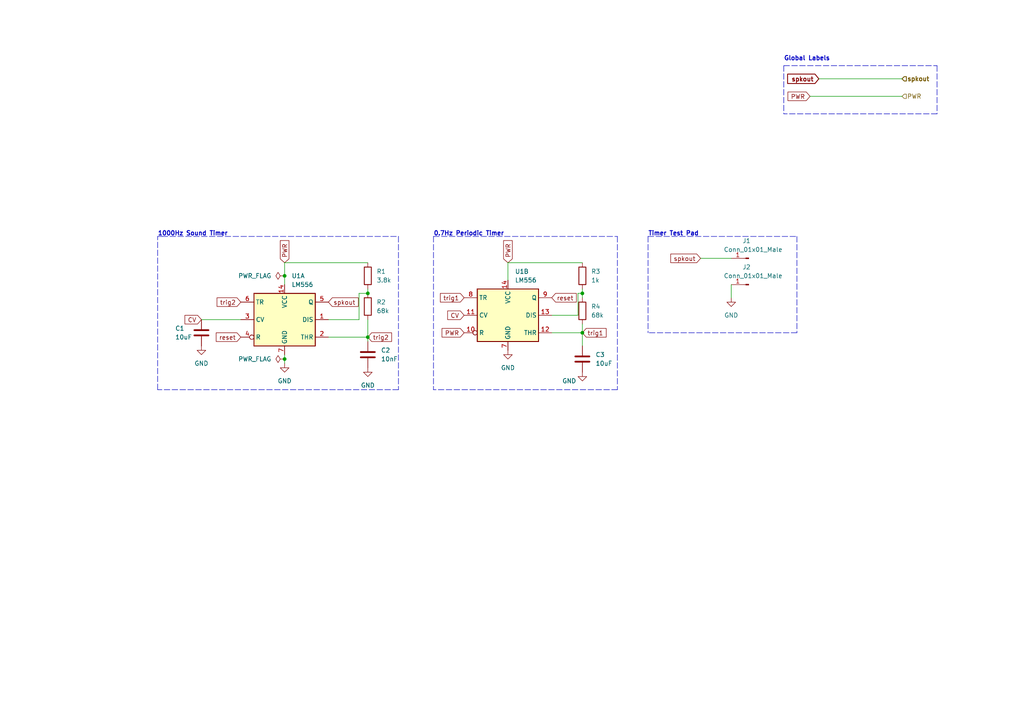
<source format=kicad_sch>
(kicad_sch (version 20211123) (generator eeschema)

  (uuid b21a1d38-4a43-4467-b899-bbaa9af8334f)

  (paper "A4")

  (lib_symbols
    (symbol "Connector:Conn_01x01_Male" (pin_names (offset 1.016) hide) (in_bom yes) (on_board yes)
      (property "Reference" "J" (id 0) (at 0 2.54 0)
        (effects (font (size 1.27 1.27)))
      )
      (property "Value" "Conn_01x01_Male" (id 1) (at 0 -2.54 0)
        (effects (font (size 1.27 1.27)))
      )
      (property "Footprint" "" (id 2) (at 0 0 0)
        (effects (font (size 1.27 1.27)) hide)
      )
      (property "Datasheet" "~" (id 3) (at 0 0 0)
        (effects (font (size 1.27 1.27)) hide)
      )
      (property "ki_keywords" "connector" (id 4) (at 0 0 0)
        (effects (font (size 1.27 1.27)) hide)
      )
      (property "ki_description" "Generic connector, single row, 01x01, script generated (kicad-library-utils/schlib/autogen/connector/)" (id 5) (at 0 0 0)
        (effects (font (size 1.27 1.27)) hide)
      )
      (property "ki_fp_filters" "Connector*:*" (id 6) (at 0 0 0)
        (effects (font (size 1.27 1.27)) hide)
      )
      (symbol "Conn_01x01_Male_1_1"
        (polyline
          (pts
            (xy 1.27 0)
            (xy 0.8636 0)
          )
          (stroke (width 0.1524) (type default) (color 0 0 0 0))
          (fill (type none))
        )
        (rectangle (start 0.8636 0.127) (end 0 -0.127)
          (stroke (width 0.1524) (type default) (color 0 0 0 0))
          (fill (type outline))
        )
        (pin passive line (at 5.08 0 180) (length 3.81)
          (name "Pin_1" (effects (font (size 1.27 1.27))))
          (number "1" (effects (font (size 1.27 1.27))))
        )
      )
    )
    (symbol "Device:C" (pin_numbers hide) (pin_names (offset 0.254)) (in_bom yes) (on_board yes)
      (property "Reference" "C" (id 0) (at 0.635 2.54 0)
        (effects (font (size 1.27 1.27)) (justify left))
      )
      (property "Value" "C" (id 1) (at 0.635 -2.54 0)
        (effects (font (size 1.27 1.27)) (justify left))
      )
      (property "Footprint" "" (id 2) (at 0.9652 -3.81 0)
        (effects (font (size 1.27 1.27)) hide)
      )
      (property "Datasheet" "~" (id 3) (at 0 0 0)
        (effects (font (size 1.27 1.27)) hide)
      )
      (property "ki_keywords" "cap capacitor" (id 4) (at 0 0 0)
        (effects (font (size 1.27 1.27)) hide)
      )
      (property "ki_description" "Unpolarized capacitor" (id 5) (at 0 0 0)
        (effects (font (size 1.27 1.27)) hide)
      )
      (property "ki_fp_filters" "C_*" (id 6) (at 0 0 0)
        (effects (font (size 1.27 1.27)) hide)
      )
      (symbol "C_0_1"
        (polyline
          (pts
            (xy -2.032 -0.762)
            (xy 2.032 -0.762)
          )
          (stroke (width 0.508) (type default) (color 0 0 0 0))
          (fill (type none))
        )
        (polyline
          (pts
            (xy -2.032 0.762)
            (xy 2.032 0.762)
          )
          (stroke (width 0.508) (type default) (color 0 0 0 0))
          (fill (type none))
        )
      )
      (symbol "C_1_1"
        (pin passive line (at 0 3.81 270) (length 2.794)
          (name "~" (effects (font (size 1.27 1.27))))
          (number "1" (effects (font (size 1.27 1.27))))
        )
        (pin passive line (at 0 -3.81 90) (length 2.794)
          (name "~" (effects (font (size 1.27 1.27))))
          (number "2" (effects (font (size 1.27 1.27))))
        )
      )
    )
    (symbol "Device:R" (pin_numbers hide) (pin_names (offset 0)) (in_bom yes) (on_board yes)
      (property "Reference" "R" (id 0) (at 2.032 0 90)
        (effects (font (size 1.27 1.27)))
      )
      (property "Value" "R" (id 1) (at 0 0 90)
        (effects (font (size 1.27 1.27)))
      )
      (property "Footprint" "" (id 2) (at -1.778 0 90)
        (effects (font (size 1.27 1.27)) hide)
      )
      (property "Datasheet" "~" (id 3) (at 0 0 0)
        (effects (font (size 1.27 1.27)) hide)
      )
      (property "ki_keywords" "R res resistor" (id 4) (at 0 0 0)
        (effects (font (size 1.27 1.27)) hide)
      )
      (property "ki_description" "Resistor" (id 5) (at 0 0 0)
        (effects (font (size 1.27 1.27)) hide)
      )
      (property "ki_fp_filters" "R_*" (id 6) (at 0 0 0)
        (effects (font (size 1.27 1.27)) hide)
      )
      (symbol "R_0_1"
        (rectangle (start -1.016 -2.54) (end 1.016 2.54)
          (stroke (width 0.254) (type default) (color 0 0 0 0))
          (fill (type none))
        )
      )
      (symbol "R_1_1"
        (pin passive line (at 0 3.81 270) (length 1.27)
          (name "~" (effects (font (size 1.27 1.27))))
          (number "1" (effects (font (size 1.27 1.27))))
        )
        (pin passive line (at 0 -3.81 90) (length 1.27)
          (name "~" (effects (font (size 1.27 1.27))))
          (number "2" (effects (font (size 1.27 1.27))))
        )
      )
    )
    (symbol "Timer:LM556" (in_bom yes) (on_board yes)
      (property "Reference" "U" (id 0) (at -10.16 8.89 0)
        (effects (font (size 1.27 1.27)) (justify left))
      )
      (property "Value" "LM556" (id 1) (at -10.16 -8.89 0)
        (effects (font (size 1.27 1.27)) (justify left))
      )
      (property "Footprint" "" (id 2) (at 0 0 0)
        (effects (font (size 1.27 1.27)) hide)
      )
      (property "Datasheet" "http://www.ti.com/lit/ds/symlink/lm556.pdf" (id 3) (at 0 0 0)
        (effects (font (size 1.27 1.27)) hide)
      )
      (property "ki_keywords" "dual timer" (id 4) (at 0 0 0)
        (effects (font (size 1.27 1.27)) hide)
      )
      (property "ki_description" "Dual Timer, DIP-14/SOIC-14" (id 5) (at 0 0 0)
        (effects (font (size 1.27 1.27)) hide)
      )
      (property "ki_fp_filters" "DIP*W7.62mm* TSSOP*5.3x6.2mm*P0.65mm* SOIC*3.9x8.7mm*P1.27mm*" (id 6) (at 0 0 0)
        (effects (font (size 1.27 1.27)) hide)
      )
      (symbol "LM556_0_0"
        (pin power_in line (at 0 10.16 270) (length 2.54)
          (name "VCC" (effects (font (size 1.27 1.27))))
          (number "14" (effects (font (size 1.27 1.27))))
        )
        (pin power_in line (at 0 -10.16 90) (length 2.54)
          (name "GND" (effects (font (size 1.27 1.27))))
          (number "7" (effects (font (size 1.27 1.27))))
        )
      )
      (symbol "LM556_0_1"
        (rectangle (start -8.89 -7.62) (end 8.89 7.62)
          (stroke (width 0.254) (type default) (color 0 0 0 0))
          (fill (type background))
        )
        (rectangle (start -8.89 -7.62) (end 8.89 7.62)
          (stroke (width 0.254) (type default) (color 0 0 0 0))
          (fill (type background))
        )
      )
      (symbol "LM556_1_1"
        (pin input line (at 12.7 0 180) (length 3.81)
          (name "DIS" (effects (font (size 1.27 1.27))))
          (number "1" (effects (font (size 1.27 1.27))))
        )
        (pin input line (at 12.7 -5.08 180) (length 3.81)
          (name "THR" (effects (font (size 1.27 1.27))))
          (number "2" (effects (font (size 1.27 1.27))))
        )
        (pin input line (at -12.7 0 0) (length 3.81)
          (name "CV" (effects (font (size 1.27 1.27))))
          (number "3" (effects (font (size 1.27 1.27))))
        )
        (pin input inverted (at -12.7 -5.08 0) (length 3.81)
          (name "R" (effects (font (size 1.27 1.27))))
          (number "4" (effects (font (size 1.27 1.27))))
        )
        (pin output line (at 12.7 5.08 180) (length 3.81)
          (name "Q" (effects (font (size 1.27 1.27))))
          (number "5" (effects (font (size 1.27 1.27))))
        )
        (pin input line (at -12.7 5.08 0) (length 3.81)
          (name "TR" (effects (font (size 1.27 1.27))))
          (number "6" (effects (font (size 1.27 1.27))))
        )
      )
      (symbol "LM556_2_1"
        (pin input inverted (at -12.7 -5.08 0) (length 3.81)
          (name "R" (effects (font (size 1.27 1.27))))
          (number "10" (effects (font (size 1.27 1.27))))
        )
        (pin input line (at -12.7 0 0) (length 3.81)
          (name "CV" (effects (font (size 1.27 1.27))))
          (number "11" (effects (font (size 1.27 1.27))))
        )
        (pin input line (at 12.7 -5.08 180) (length 3.81)
          (name "THR" (effects (font (size 1.27 1.27))))
          (number "12" (effects (font (size 1.27 1.27))))
        )
        (pin input line (at 12.7 0 180) (length 3.81)
          (name "DIS" (effects (font (size 1.27 1.27))))
          (number "13" (effects (font (size 1.27 1.27))))
        )
        (pin input line (at -12.7 5.08 0) (length 3.81)
          (name "TR" (effects (font (size 1.27 1.27))))
          (number "8" (effects (font (size 1.27 1.27))))
        )
        (pin output line (at 12.7 5.08 180) (length 3.81)
          (name "Q" (effects (font (size 1.27 1.27))))
          (number "9" (effects (font (size 1.27 1.27))))
        )
      )
    )
    (symbol "power:GND" (power) (pin_names (offset 0)) (in_bom yes) (on_board yes)
      (property "Reference" "#PWR" (id 0) (at 0 -6.35 0)
        (effects (font (size 1.27 1.27)) hide)
      )
      (property "Value" "GND" (id 1) (at 0 -3.81 0)
        (effects (font (size 1.27 1.27)))
      )
      (property "Footprint" "" (id 2) (at 0 0 0)
        (effects (font (size 1.27 1.27)) hide)
      )
      (property "Datasheet" "" (id 3) (at 0 0 0)
        (effects (font (size 1.27 1.27)) hide)
      )
      (property "ki_keywords" "global power" (id 4) (at 0 0 0)
        (effects (font (size 1.27 1.27)) hide)
      )
      (property "ki_description" "Power symbol creates a global label with name \"GND\" , ground" (id 5) (at 0 0 0)
        (effects (font (size 1.27 1.27)) hide)
      )
      (symbol "GND_0_1"
        (polyline
          (pts
            (xy 0 0)
            (xy 0 -1.27)
            (xy 1.27 -1.27)
            (xy 0 -2.54)
            (xy -1.27 -1.27)
            (xy 0 -1.27)
          )
          (stroke (width 0) (type default) (color 0 0 0 0))
          (fill (type none))
        )
      )
      (symbol "GND_1_1"
        (pin power_in line (at 0 0 270) (length 0) hide
          (name "GND" (effects (font (size 1.27 1.27))))
          (number "1" (effects (font (size 1.27 1.27))))
        )
      )
    )
    (symbol "power:PWR_FLAG" (power) (pin_numbers hide) (pin_names (offset 0) hide) (in_bom yes) (on_board yes)
      (property "Reference" "#FLG" (id 0) (at 0 1.905 0)
        (effects (font (size 1.27 1.27)) hide)
      )
      (property "Value" "PWR_FLAG" (id 1) (at 0 3.81 0)
        (effects (font (size 1.27 1.27)))
      )
      (property "Footprint" "" (id 2) (at 0 0 0)
        (effects (font (size 1.27 1.27)) hide)
      )
      (property "Datasheet" "~" (id 3) (at 0 0 0)
        (effects (font (size 1.27 1.27)) hide)
      )
      (property "ki_keywords" "flag power" (id 4) (at 0 0 0)
        (effects (font (size 1.27 1.27)) hide)
      )
      (property "ki_description" "Special symbol for telling ERC where power comes from" (id 5) (at 0 0 0)
        (effects (font (size 1.27 1.27)) hide)
      )
      (symbol "PWR_FLAG_0_0"
        (pin power_out line (at 0 0 90) (length 0)
          (name "pwr" (effects (font (size 1.27 1.27))))
          (number "1" (effects (font (size 1.27 1.27))))
        )
      )
      (symbol "PWR_FLAG_0_1"
        (polyline
          (pts
            (xy 0 0)
            (xy 0 1.27)
            (xy -1.016 1.905)
            (xy 0 2.54)
            (xy 1.016 1.905)
            (xy 0 1.27)
          )
          (stroke (width 0) (type default) (color 0 0 0 0))
          (fill (type none))
        )
      )
    )
  )

  (junction (at 82.55 80.01) (diameter 0) (color 0 0 0 0)
    (uuid 04ff23a6-a8fe-437d-9e90-f76e0fc7f011)
  )
  (junction (at 106.68 97.79) (diameter 0) (color 0 0 0 0)
    (uuid 1713f411-0a24-4dee-8731-6f6daf012787)
  )
  (junction (at 82.55 104.14) (diameter 0) (color 0 0 0 0)
    (uuid 5a056249-5c9d-421a-8f4a-a21951884930)
  )
  (junction (at 168.91 96.52) (diameter 0) (color 0 0 0 0)
    (uuid 83dc7910-cab6-4a9f-8a73-6d4accea1aef)
  )
  (junction (at 168.91 85.09) (diameter 0) (color 0 0 0 0)
    (uuid 8f3c1658-5ca2-4cd4-9cb9-93692a1289de)
  )
  (junction (at 106.68 85.09) (diameter 0) (color 0 0 0 0)
    (uuid f10a50ec-e0d2-4e46-abd1-a684927e7ed9)
  )

  (polyline (pts (xy 45.72 68.58) (xy 46.99 68.58))
    (stroke (width 0) (type default) (color 0 0 0 0))
    (uuid 021ba6c5-4995-4994-ba20-15809e3163ac)
  )

  (wire (pts (xy 104.14 85.09) (xy 106.68 85.09))
    (stroke (width 0) (type default) (color 0 0 0 0))
    (uuid 034f1e63-2709-4cd7-a29b-07eed87939af)
  )
  (wire (pts (xy 82.55 105.41) (xy 82.55 104.14))
    (stroke (width 0) (type default) (color 0 0 0 0))
    (uuid 06eda733-b74a-4d97-bfdf-c3cacb0a470a)
  )
  (polyline (pts (xy 45.72 113.03) (xy 45.72 68.58))
    (stroke (width 0) (type default) (color 0 0 0 0))
    (uuid 1b2445a1-867f-4303-b5b1-0726961e00bf)
  )

  (wire (pts (xy 168.91 85.09) (xy 168.91 86.36))
    (stroke (width 0) (type default) (color 0 0 0 0))
    (uuid 1d4d6648-c986-4d94-94ba-7ff20ba02740)
  )
  (wire (pts (xy 160.02 91.44) (xy 167.64 91.44))
    (stroke (width 0) (type default) (color 0 0 0 0))
    (uuid 1f8bed0d-2197-4cf7-aa55-3196d81673f8)
  )
  (wire (pts (xy 82.55 76.2) (xy 106.68 76.2))
    (stroke (width 0) (type default) (color 0 0 0 0))
    (uuid 270e7fa9-5641-4569-b3f2-18a1e1f2dee3)
  )
  (polyline (pts (xy 46.99 68.58) (xy 115.57 68.58))
    (stroke (width 0) (type default) (color 0 0 0 0))
    (uuid 37abb6c4-3051-45ec-b136-920c77b526be)
  )
  (polyline (pts (xy 227.33 19.05) (xy 227.33 33.02))
    (stroke (width 0) (type default) (color 0 0 0 0))
    (uuid 38cc2796-72df-423f-b5d9-26e32e12a4f0)
  )

  (wire (pts (xy 58.42 92.71) (xy 69.85 92.71))
    (stroke (width 0) (type default) (color 0 0 0 0))
    (uuid 3e7279f9-9a2a-44da-8511-47322202fd10)
  )
  (wire (pts (xy 212.09 82.55) (xy 212.09 86.36))
    (stroke (width 0) (type default) (color 0 0 0 0))
    (uuid 41c86887-a033-4ad3-ae01-cc474932b61f)
  )
  (wire (pts (xy 147.32 81.28) (xy 147.32 76.2))
    (stroke (width 0) (type default) (color 0 0 0 0))
    (uuid 448f07fa-e0c8-468e-8c89-cc5337a63c1f)
  )
  (wire (pts (xy 168.91 83.82) (xy 168.91 85.09))
    (stroke (width 0) (type default) (color 0 0 0 0))
    (uuid 51382701-dba3-44eb-8aa6-d63872951499)
  )
  (wire (pts (xy 106.68 83.82) (xy 106.68 85.09))
    (stroke (width 0) (type default) (color 0 0 0 0))
    (uuid 550a9480-ba8a-4a18-b946-ea57580a99a5)
  )
  (wire (pts (xy 106.68 97.79) (xy 106.68 99.06))
    (stroke (width 0) (type default) (color 0 0 0 0))
    (uuid 584fe91c-eec9-4537-9215-6893858d7cff)
  )
  (polyline (pts (xy 179.07 68.58) (xy 179.07 113.03))
    (stroke (width 0) (type default) (color 0 0 0 0))
    (uuid 5ae03b3a-55cb-47ff-8bf5-67ec57b8a6d1)
  )

  (wire (pts (xy 168.91 93.98) (xy 168.91 96.52))
    (stroke (width 0) (type default) (color 0 0 0 0))
    (uuid 60634e67-c842-4c26-935b-2c217388971c)
  )
  (polyline (pts (xy 227.33 19.05) (xy 271.78 19.05))
    (stroke (width 0) (type default) (color 0 0 0 0))
    (uuid 6358d700-d387-4de0-b249-ca0757ab341d)
  )

  (wire (pts (xy 203.2 74.93) (xy 212.09 74.93))
    (stroke (width 0) (type default) (color 0 0 0 0))
    (uuid 6cab2fc8-28f1-4877-abcb-6d6a45771811)
  )
  (polyline (pts (xy 115.57 68.58) (xy 115.57 113.03))
    (stroke (width 0) (type default) (color 0 0 0 0))
    (uuid 6e2eb593-e9f4-4207-a3f2-9f3449065a3f)
  )
  (polyline (pts (xy 187.96 68.58) (xy 231.14 68.58))
    (stroke (width 0) (type default) (color 0 0 0 0))
    (uuid 6f940a62-e432-4981-a722-111924266e83)
  )

  (wire (pts (xy 168.91 96.52) (xy 168.91 100.33))
    (stroke (width 0) (type default) (color 0 0 0 0))
    (uuid 7970105c-9ec6-43b9-9ef7-c8e72b804cd4)
  )
  (polyline (pts (xy 179.07 113.03) (xy 125.73 113.03))
    (stroke (width 0) (type default) (color 0 0 0 0))
    (uuid 8401e6bf-66ad-4594-a603-3e2cdb224138)
  )

  (wire (pts (xy 237.49 22.86) (xy 261.62 22.86))
    (stroke (width 0) (type default) (color 0 0 0 0))
    (uuid 841e1827-e5e5-419e-b9b3-e904a1fb000d)
  )
  (polyline (pts (xy 231.14 96.52) (xy 187.96 96.52))
    (stroke (width 0) (type default) (color 0 0 0 0))
    (uuid 88131bd3-410a-49be-971a-e56adced7491)
  )
  (polyline (pts (xy 125.73 68.58) (xy 125.73 113.03))
    (stroke (width 0) (type default) (color 0 0 0 0))
    (uuid 89313bc0-d956-40b7-bad0-d413d6272abd)
  )

  (wire (pts (xy 106.68 92.71) (xy 106.68 97.79))
    (stroke (width 0) (type default) (color 0 0 0 0))
    (uuid 8e6d9e36-49e9-47b1-8635-9f38becd403b)
  )
  (wire (pts (xy 234.95 27.94) (xy 261.62 27.94))
    (stroke (width 0) (type default) (color 0 0 0 0))
    (uuid 9674f744-45c9-48db-a9a6-9d0ca18b5328)
  )
  (wire (pts (xy 82.55 104.14) (xy 82.55 102.87))
    (stroke (width 0) (type default) (color 0 0 0 0))
    (uuid 982cbbf3-1fbc-4068-be15-758823313ea2)
  )
  (polyline (pts (xy 271.78 33.02) (xy 227.33 33.02))
    (stroke (width 0) (type default) (color 0 0 0 0))
    (uuid 9c01a55b-55bd-44a1-9569-afaabd68ba3e)
  )

  (wire (pts (xy 82.55 82.55) (xy 82.55 80.01))
    (stroke (width 0) (type default) (color 0 0 0 0))
    (uuid a03e5052-ef7a-4fef-aa84-5a46f1d3774c)
  )
  (wire (pts (xy 95.25 97.79) (xy 106.68 97.79))
    (stroke (width 0) (type default) (color 0 0 0 0))
    (uuid a61805fe-5fb6-4c33-a726-5d1e61f9ef26)
  )
  (wire (pts (xy 167.64 85.09) (xy 168.91 85.09))
    (stroke (width 0) (type default) (color 0 0 0 0))
    (uuid adf4b592-0759-415a-bf3b-05cab166e945)
  )
  (wire (pts (xy 104.14 92.71) (xy 104.14 85.09))
    (stroke (width 0) (type default) (color 0 0 0 0))
    (uuid bed3261d-15ba-48d6-a3ba-9ad692f5d969)
  )
  (wire (pts (xy 167.64 91.44) (xy 167.64 85.09))
    (stroke (width 0) (type default) (color 0 0 0 0))
    (uuid bfd8859a-54e9-4e52-987c-dbc85b868873)
  )
  (polyline (pts (xy 187.96 68.58) (xy 187.96 96.52))
    (stroke (width 0) (type default) (color 0 0 0 0))
    (uuid c6b35544-52ba-4bda-836d-bb9c47baed06)
  )
  (polyline (pts (xy 125.73 68.58) (xy 179.07 68.58))
    (stroke (width 0) (type default) (color 0 0 0 0))
    (uuid c843ab25-fe8f-4837-b201-d33a17ee4746)
  )

  (wire (pts (xy 82.55 80.01) (xy 82.55 76.2))
    (stroke (width 0) (type default) (color 0 0 0 0))
    (uuid c922be63-de00-4868-8d08-9d1d1baddbd4)
  )
  (wire (pts (xy 95.25 92.71) (xy 104.14 92.71))
    (stroke (width 0) (type default) (color 0 0 0 0))
    (uuid cc3bad16-2d79-4450-89d3-066785029ba7)
  )
  (polyline (pts (xy 271.78 19.05) (xy 271.78 33.02))
    (stroke (width 0) (type default) (color 0 0 0 0))
    (uuid cff12b57-baf3-45a5-bffa-bb0bb3bc7d52)
  )

  (wire (pts (xy 160.02 96.52) (xy 168.91 96.52))
    (stroke (width 0) (type default) (color 0 0 0 0))
    (uuid db5ba217-f432-4601-ad3f-2a2b30112458)
  )
  (polyline (pts (xy 231.14 68.58) (xy 231.14 96.52))
    (stroke (width 0) (type default) (color 0 0 0 0))
    (uuid e8a568ee-a478-4425-a957-4cbd8f82a214)
  )
  (polyline (pts (xy 115.57 113.03) (xy 45.72 113.03))
    (stroke (width 0) (type default) (color 0 0 0 0))
    (uuid f46bed9d-dd39-460d-a9bd-62954c97a130)
  )

  (wire (pts (xy 147.32 76.2) (xy 168.91 76.2))
    (stroke (width 0) (type default) (color 0 0 0 0))
    (uuid fb49b8b8-2aad-403f-8cc3-782eeb98f63e)
  )

  (text "Global Labels" (at 227.33 17.78 0)
    (effects (font (size 1.27 1.27) (thickness 0.254) bold) (justify left bottom))
    (uuid 7d9a96f3-61c5-408b-8653-a4459b09960f)
  )
  (text "1000Hz Sound Timer" (at 45.72 68.58 0)
    (effects (font (size 1.27 1.27) bold) (justify left bottom))
    (uuid 9546871f-732d-4a99-9385-bad8ed810857)
  )
  (text "0.7Hz Periodic Timer" (at 125.73 68.58 0)
    (effects (font (size 1.27 1.27) (thickness 0.254) bold) (justify left bottom))
    (uuid b17fcf8a-f926-421f-8502-262f62c64114)
  )
  (text "Timer Test Pad" (at 187.96 68.58 0)
    (effects (font (size 1.27 1.27) (thickness 0.254) bold) (justify left bottom))
    (uuid f7651ba3-8577-499b-820a-9219c925be61)
  )

  (global_label "PWR" (shape input) (at 234.95 27.94 180) (fields_autoplaced)
    (effects (font (size 1.27 1.27)) (justify right))
    (uuid 11a077e6-8d47-4034-b07d-75b346c24ee5)
    (property "Intersheet References" "${INTERSHEET_REFS}" (id 0) (at 228.5455 27.8606 0)
      (effects (font (size 1.27 1.27)) (justify right) hide)
    )
  )
  (global_label "trig2" (shape input) (at 106.68 97.79 0) (fields_autoplaced)
    (effects (font (size 1.27 1.27)) (justify left))
    (uuid 27f73f3a-4775-4e6e-b9b1-f386d2a49f92)
    (property "Intersheet References" "${INTERSHEET_REFS}" (id 0) (at 113.5683 97.7106 0)
      (effects (font (size 1.27 1.27)) (justify left) hide)
    )
  )
  (global_label "PWR" (shape input) (at 82.55 76.2 90) (fields_autoplaced)
    (effects (font (size 1.27 1.27)) (justify left))
    (uuid 3b856b85-b477-48c3-b4d3-548992983524)
    (property "Intersheet References" "${INTERSHEET_REFS}" (id 0) (at 82.4706 69.7955 90)
      (effects (font (size 1.27 1.27)) (justify left) hide)
    )
  )
  (global_label "trig1" (shape input) (at 134.62 86.36 180) (fields_autoplaced)
    (effects (font (size 1.27 1.27)) (justify right))
    (uuid 50e851d9-9b0b-4275-a6d3-b7fd904444b5)
    (property "Intersheet References" "${INTERSHEET_REFS}" (id 0) (at 127.7317 86.2806 0)
      (effects (font (size 1.27 1.27)) (justify right) hide)
    )
  )
  (global_label "spkout" (shape input) (at 95.25 87.63 0) (fields_autoplaced)
    (effects (font (size 1.27 1.27)) (justify left))
    (uuid 645e7249-66a3-424c-9cbd-869174ec3f0d)
    (property "Intersheet References" "${INTERSHEET_REFS}" (id 0) (at 103.8921 87.5506 0)
      (effects (font (size 1.27 1.27)) (justify left) hide)
    )
  )
  (global_label "CV" (shape input) (at 58.42 92.71 180) (fields_autoplaced)
    (effects (font (size 1.27 1.27)) (justify right))
    (uuid 7a49280e-1183-4460-8d35-c1e26ab4d4c2)
    (property "Intersheet References" "${INTERSHEET_REFS}" (id 0) (at 53.6483 92.6306 0)
      (effects (font (size 1.27 1.27)) (justify right) hide)
    )
  )
  (global_label "spkout" (shape input) (at 237.49 22.86 180) (fields_autoplaced)
    (effects (font (size 1.27 1.27) bold) (justify right))
    (uuid 7e2a9623-96b6-4672-ae69-b674b0c599ff)
    (property "Intersheet References" "${INTERSHEET_REFS}" (id 0) (at 228.6575 22.733 0)
      (effects (font (size 1.27 1.27) bold) (justify right) hide)
    )
  )
  (global_label "CV" (shape input) (at 134.62 91.44 180) (fields_autoplaced)
    (effects (font (size 1.27 1.27)) (justify right))
    (uuid 8ed58d38-c424-45f6-876d-41ba0ebd4083)
    (property "Intersheet References" "${INTERSHEET_REFS}" (id 0) (at 129.8483 91.3606 0)
      (effects (font (size 1.27 1.27)) (justify right) hide)
    )
  )
  (global_label "reset" (shape input) (at 69.85 97.79 180) (fields_autoplaced)
    (effects (font (size 1.27 1.27)) (justify right))
    (uuid aa5441d1-43b4-48bf-8d21-32c1908dd4e3)
    (property "Intersheet References" "${INTERSHEET_REFS}" (id 0) (at 62.7198 97.7106 0)
      (effects (font (size 1.27 1.27)) (justify right) hide)
    )
  )
  (global_label "PWR" (shape input) (at 134.62 96.52 180) (fields_autoplaced)
    (effects (font (size 1.27 1.27)) (justify right))
    (uuid b14cccbb-bb31-4cc3-b629-2308023f5f80)
    (property "Intersheet References" "${INTERSHEET_REFS}" (id 0) (at 128.2155 96.5994 0)
      (effects (font (size 1.27 1.27)) (justify right) hide)
    )
  )
  (global_label "PWR" (shape input) (at 147.32 76.2 90) (fields_autoplaced)
    (effects (font (size 1.27 1.27)) (justify left))
    (uuid bf7fce8f-ee0b-40a6-aec1-fb30950406ea)
    (property "Intersheet References" "${INTERSHEET_REFS}" (id 0) (at 147.2406 69.7955 90)
      (effects (font (size 1.27 1.27)) (justify left) hide)
    )
  )
  (global_label "spkout" (shape input) (at 203.2 74.93 180) (fields_autoplaced)
    (effects (font (size 1.27 1.27)) (justify right))
    (uuid c16fbc95-a95f-4d98-ab1f-dab15aab9699)
    (property "Intersheet References" "${INTERSHEET_REFS}" (id 0) (at 194.5579 75.0094 0)
      (effects (font (size 1.27 1.27)) (justify right) hide)
    )
  )
  (global_label "trig1" (shape input) (at 168.91 96.52 0) (fields_autoplaced)
    (effects (font (size 1.27 1.27)) (justify left))
    (uuid daad4016-eb8e-46c3-aee0-463be9511285)
    (property "Intersheet References" "${INTERSHEET_REFS}" (id 0) (at 175.7983 96.4406 0)
      (effects (font (size 1.27 1.27)) (justify left) hide)
    )
  )
  (global_label "reset" (shape input) (at 160.02 86.36 0) (fields_autoplaced)
    (effects (font (size 1.27 1.27)) (justify left))
    (uuid dae9c4e9-4ce8-490f-b758-03779829fc8e)
    (property "Intersheet References" "${INTERSHEET_REFS}" (id 0) (at 167.1502 86.2806 0)
      (effects (font (size 1.27 1.27)) (justify left) hide)
    )
  )
  (global_label "trig2" (shape input) (at 69.85 87.63 180) (fields_autoplaced)
    (effects (font (size 1.27 1.27)) (justify right))
    (uuid ee212de0-3093-4774-b5e4-36dd3f11391d)
    (property "Intersheet References" "${INTERSHEET_REFS}" (id 0) (at 62.9617 87.5506 0)
      (effects (font (size 1.27 1.27)) (justify right) hide)
    )
  )

  (hierarchical_label "spkout" (shape input) (at 261.62 22.86 0)
    (effects (font (size 1.27 1.27) bold) (justify left))
    (uuid 0092eb07-3b6d-450f-8592-6cb558ca6470)
  )
  (hierarchical_label "PWR" (shape input) (at 261.62 27.94 0)
    (effects (font (size 1.27 1.27)) (justify left))
    (uuid 60ac994f-c67e-415f-a28b-feca1f1409be)
  )

  (symbol (lib_id "Device:C") (at 168.91 104.14 0) (unit 1)
    (in_bom yes) (on_board yes) (fields_autoplaced)
    (uuid 097a0826-1299-43d3-9344-b23ae5a43db7)
    (property "Reference" "C3" (id 0) (at 172.72 102.8699 0)
      (effects (font (size 1.27 1.27)) (justify left))
    )
    (property "Value" "10uF" (id 1) (at 172.72 105.4099 0)
      (effects (font (size 1.27 1.27)) (justify left))
    )
    (property "Footprint" "Capacitor_SMD:C_0402_1005Metric" (id 2) (at 169.8752 107.95 0)
      (effects (font (size 1.27 1.27)) hide)
    )
    (property "Datasheet" "~" (id 3) (at 168.91 104.14 0)
      (effects (font (size 1.27 1.27)) hide)
    )
    (pin "1" (uuid 1acd8775-6d2e-490b-af9c-141bff48b393))
    (pin "2" (uuid 51282f34-f176-41a0-b75a-3074d2516d4e))
  )

  (symbol (lib_id "Timer:LM556") (at 147.32 91.44 0) (unit 2)
    (in_bom yes) (on_board yes) (fields_autoplaced)
    (uuid 0bfe6fa7-79b9-41bc-83ee-1004937af69b)
    (property "Reference" "U1" (id 0) (at 149.3394 78.74 0)
      (effects (font (size 1.27 1.27)) (justify left))
    )
    (property "Value" "LM556" (id 1) (at 149.3394 81.28 0)
      (effects (font (size 1.27 1.27)) (justify left))
    )
    (property "Footprint" "baseball:556" (id 2) (at 147.32 91.44 0)
      (effects (font (size 1.27 1.27)) hide)
    )
    (property "Datasheet" "http://www.ti.com/lit/ds/symlink/lm556.pdf" (id 3) (at 147.32 91.44 0)
      (effects (font (size 1.27 1.27)) hide)
    )
    (pin "14" (uuid 5d53dfb7-8080-4996-b645-714ef1d06590))
    (pin "7" (uuid fd2393e9-17eb-4a22-b947-c2e181ee79c7))
    (pin "1" (uuid 87a8406f-d40d-4822-9b28-4799f9af4320))
    (pin "2" (uuid 4f2590ac-c700-4e36-9e1e-00e43af4df2b))
    (pin "3" (uuid b29cd2b2-9462-48f0-a89f-ba148959ad2c))
    (pin "4" (uuid d419f3cb-9159-4b7f-9f25-507dc8923648))
    (pin "5" (uuid 514b6e7a-cadd-4e03-b719-40c596a53412))
    (pin "6" (uuid b1a78c60-27c6-4db6-b256-e5bb3d9ca373))
    (pin "10" (uuid a686dca5-e7a4-4324-9286-714fb768c2f4))
    (pin "11" (uuid 80acc829-d274-4f0a-a184-2689851b67e9))
    (pin "12" (uuid 18bfdebd-6d81-4fff-8852-02c535fc40ff))
    (pin "13" (uuid e78148ae-5a40-43be-8b93-4350ebb67683))
    (pin "8" (uuid 33f8d642-7e9f-49d2-9158-f172049ec84e))
    (pin "9" (uuid fb31b1f6-ec4a-4867-9ead-7aeffe0d87fe))
  )

  (symbol (lib_id "Connector:Conn_01x01_Male") (at 217.17 82.55 180) (unit 1)
    (in_bom yes) (on_board yes)
    (uuid 1a83af1b-8748-4f53-b6bf-e4e25ffe4b2f)
    (property "Reference" "J2" (id 0) (at 216.535 77.47 0))
    (property "Value" "Conn_01x01_Male" (id 1) (at 218.44 80.01 0))
    (property "Footprint" "TestPoint:TestPoint_Pad_D2.0mm" (id 2) (at 217.17 82.55 0)
      (effects (font (size 1.27 1.27)) hide)
    )
    (property "Datasheet" "~" (id 3) (at 217.17 82.55 0)
      (effects (font (size 1.27 1.27)) hide)
    )
    (pin "1" (uuid 1629b79b-bed4-4dc7-a76c-249f3ba5bc30))
  )

  (symbol (lib_id "Device:R") (at 106.68 80.01 0) (unit 1)
    (in_bom yes) (on_board yes) (fields_autoplaced)
    (uuid 34bae14c-2c98-442b-bd87-fbaab421600c)
    (property "Reference" "R1" (id 0) (at 109.22 78.7399 0)
      (effects (font (size 1.27 1.27)) (justify left))
    )
    (property "Value" "3.8k" (id 1) (at 109.22 81.2799 0)
      (effects (font (size 1.27 1.27)) (justify left))
    )
    (property "Footprint" "Resistor_SMD:R_0402_1005Metric" (id 2) (at 104.902 80.01 90)
      (effects (font (size 1.27 1.27)) hide)
    )
    (property "Datasheet" "~" (id 3) (at 106.68 80.01 0)
      (effects (font (size 1.27 1.27)) hide)
    )
    (pin "1" (uuid d78eeeb3-ed1d-4f5a-94df-b0af4015f87d))
    (pin "2" (uuid e36b45d3-b0f0-400b-9b1e-928a7fb4612a))
  )

  (symbol (lib_id "Device:C") (at 106.68 102.87 0) (unit 1)
    (in_bom yes) (on_board yes) (fields_autoplaced)
    (uuid 38012699-2b31-4822-a99f-6a21d21e1788)
    (property "Reference" "C2" (id 0) (at 110.49 101.5999 0)
      (effects (font (size 1.27 1.27)) (justify left))
    )
    (property "Value" "10nF" (id 1) (at 110.49 104.1399 0)
      (effects (font (size 1.27 1.27)) (justify left))
    )
    (property "Footprint" "Capacitor_SMD:C_0402_1005Metric" (id 2) (at 107.6452 106.68 0)
      (effects (font (size 1.27 1.27)) hide)
    )
    (property "Datasheet" "~" (id 3) (at 106.68 102.87 0)
      (effects (font (size 1.27 1.27)) hide)
    )
    (pin "1" (uuid d37543ef-3508-4a4f-b572-00465fbe2830))
    (pin "2" (uuid 28f4b458-4d82-44a0-99e6-ca7478369991))
  )

  (symbol (lib_id "Device:C") (at 58.42 96.52 0) (unit 1)
    (in_bom yes) (on_board yes)
    (uuid 3ae0ebee-6fac-404f-99ab-c363011562a8)
    (property "Reference" "C1" (id 0) (at 50.8 95.25 0)
      (effects (font (size 1.27 1.27)) (justify left))
    )
    (property "Value" "10uF" (id 1) (at 50.8 97.79 0)
      (effects (font (size 1.27 1.27)) (justify left))
    )
    (property "Footprint" "Capacitor_SMD:C_0402_1005Metric" (id 2) (at 59.3852 100.33 0)
      (effects (font (size 1.27 1.27)) hide)
    )
    (property "Datasheet" "~" (id 3) (at 58.42 96.52 0)
      (effects (font (size 1.27 1.27)) hide)
    )
    (pin "1" (uuid 7bb06168-54a6-4b5a-baae-b4e7cc0bd858))
    (pin "2" (uuid 3c1b6525-3641-46d4-a377-d8a8f346a924))
  )

  (symbol (lib_id "power:GND") (at 147.32 101.6 0) (unit 1)
    (in_bom yes) (on_board yes) (fields_autoplaced)
    (uuid 3b7006e3-fbcf-4c75-aa20-183efd34909c)
    (property "Reference" "#PWR04" (id 0) (at 147.32 107.95 0)
      (effects (font (size 1.27 1.27)) hide)
    )
    (property "Value" "GND" (id 1) (at 147.32 106.68 0))
    (property "Footprint" "" (id 2) (at 147.32 101.6 0)
      (effects (font (size 1.27 1.27)) hide)
    )
    (property "Datasheet" "" (id 3) (at 147.32 101.6 0)
      (effects (font (size 1.27 1.27)) hide)
    )
    (pin "1" (uuid b9ca13eb-52b1-4e33-b3d7-a1cda697c039))
  )

  (symbol (lib_id "power:GND") (at 168.91 107.95 0) (unit 1)
    (in_bom yes) (on_board yes)
    (uuid 50fc6e6e-5f74-49c4-ab43-3ac2ece31fd1)
    (property "Reference" "#PWR05" (id 0) (at 168.91 114.3 0)
      (effects (font (size 1.27 1.27)) hide)
    )
    (property "Value" "GND" (id 1) (at 165.1 110.49 0))
    (property "Footprint" "" (id 2) (at 168.91 107.95 0)
      (effects (font (size 1.27 1.27)) hide)
    )
    (property "Datasheet" "" (id 3) (at 168.91 107.95 0)
      (effects (font (size 1.27 1.27)) hide)
    )
    (pin "1" (uuid a8829408-43a1-4c52-9588-e6e0b256dda1))
  )

  (symbol (lib_id "Device:R") (at 168.91 80.01 0) (unit 1)
    (in_bom yes) (on_board yes) (fields_autoplaced)
    (uuid 5897b494-1c9c-4d74-ba15-943beb5b0ab9)
    (property "Reference" "R3" (id 0) (at 171.45 78.7399 0)
      (effects (font (size 1.27 1.27)) (justify left))
    )
    (property "Value" "1k" (id 1) (at 171.45 81.2799 0)
      (effects (font (size 1.27 1.27)) (justify left))
    )
    (property "Footprint" "Resistor_SMD:R_0402_1005Metric" (id 2) (at 167.132 80.01 90)
      (effects (font (size 1.27 1.27)) hide)
    )
    (property "Datasheet" "~" (id 3) (at 168.91 80.01 0)
      (effects (font (size 1.27 1.27)) hide)
    )
    (pin "1" (uuid db2cc172-26f4-4292-b257-bdc46f988ecf))
    (pin "2" (uuid 25e4a460-5d14-4dbc-9dd3-750cca003192))
  )

  (symbol (lib_id "Device:R") (at 168.91 90.17 0) (unit 1)
    (in_bom yes) (on_board yes) (fields_autoplaced)
    (uuid 595b3cc4-4924-4689-877c-7c7f8b091830)
    (property "Reference" "R4" (id 0) (at 171.45 88.8999 0)
      (effects (font (size 1.27 1.27)) (justify left))
    )
    (property "Value" "68k" (id 1) (at 171.45 91.4399 0)
      (effects (font (size 1.27 1.27)) (justify left))
    )
    (property "Footprint" "Resistor_SMD:R_0402_1005Metric" (id 2) (at 167.132 90.17 90)
      (effects (font (size 1.27 1.27)) hide)
    )
    (property "Datasheet" "~" (id 3) (at 168.91 90.17 0)
      (effects (font (size 1.27 1.27)) hide)
    )
    (pin "1" (uuid 66b30766-2ce0-4474-8b5c-06cfed30ff0a))
    (pin "2" (uuid 4863d64a-c8be-4389-8a17-91e9251de098))
  )

  (symbol (lib_id "Connector:Conn_01x01_Male") (at 217.17 74.93 180) (unit 1)
    (in_bom yes) (on_board yes)
    (uuid 778dd960-cbd0-4446-8edc-e2ee1799ee48)
    (property "Reference" "J1" (id 0) (at 216.535 69.85 0))
    (property "Value" "Conn_01x01_Male" (id 1) (at 218.44 72.39 0))
    (property "Footprint" "TestPoint:TestPoint_Pad_D2.0mm" (id 2) (at 217.17 74.93 0)
      (effects (font (size 1.27 1.27)) hide)
    )
    (property "Datasheet" "~" (id 3) (at 217.17 74.93 0)
      (effects (font (size 1.27 1.27)) hide)
    )
    (pin "1" (uuid ea061193-15af-4af3-902a-41ce7f7f4d33))
  )

  (symbol (lib_id "Device:R") (at 106.68 88.9 0) (unit 1)
    (in_bom yes) (on_board yes) (fields_autoplaced)
    (uuid a1a7ea8a-335e-46b9-a9e0-10d577b54b11)
    (property "Reference" "R2" (id 0) (at 109.22 87.6299 0)
      (effects (font (size 1.27 1.27)) (justify left))
    )
    (property "Value" "68k" (id 1) (at 109.22 90.1699 0)
      (effects (font (size 1.27 1.27)) (justify left))
    )
    (property "Footprint" "Resistor_SMD:R_0402_1005Metric" (id 2) (at 104.902 88.9 90)
      (effects (font (size 1.27 1.27)) hide)
    )
    (property "Datasheet" "~" (id 3) (at 106.68 88.9 0)
      (effects (font (size 1.27 1.27)) hide)
    )
    (pin "1" (uuid 3fff6e4a-f71b-404f-9832-22bf5132e79b))
    (pin "2" (uuid a9be0430-8a7b-42c9-b082-05da55b15ae5))
  )

  (symbol (lib_id "power:GND") (at 82.55 105.41 0) (unit 1)
    (in_bom yes) (on_board yes) (fields_autoplaced)
    (uuid aeba6892-3e40-40fe-ad07-26b0cbd6ee1b)
    (property "Reference" "#PWR02" (id 0) (at 82.55 111.76 0)
      (effects (font (size 1.27 1.27)) hide)
    )
    (property "Value" "GND" (id 1) (at 82.55 110.49 0))
    (property "Footprint" "" (id 2) (at 82.55 105.41 0)
      (effects (font (size 1.27 1.27)) hide)
    )
    (property "Datasheet" "" (id 3) (at 82.55 105.41 0)
      (effects (font (size 1.27 1.27)) hide)
    )
    (pin "1" (uuid 7e4150d1-0673-4eff-80e7-cd7e9134ea9b))
  )

  (symbol (lib_id "power:GND") (at 106.68 106.68 0) (unit 1)
    (in_bom yes) (on_board yes) (fields_autoplaced)
    (uuid afdb9604-6384-46df-b26d-d01e455a9e0c)
    (property "Reference" "#PWR03" (id 0) (at 106.68 113.03 0)
      (effects (font (size 1.27 1.27)) hide)
    )
    (property "Value" "GND" (id 1) (at 106.68 111.76 0))
    (property "Footprint" "" (id 2) (at 106.68 106.68 0)
      (effects (font (size 1.27 1.27)) hide)
    )
    (property "Datasheet" "" (id 3) (at 106.68 106.68 0)
      (effects (font (size 1.27 1.27)) hide)
    )
    (pin "1" (uuid 00b703da-b7e1-4ce9-9712-4c018dec932d))
  )

  (symbol (lib_id "power:GND") (at 212.09 86.36 0) (unit 1)
    (in_bom yes) (on_board yes) (fields_autoplaced)
    (uuid b5bdedff-4b7f-45af-996e-bad4a0802bba)
    (property "Reference" "#PWR06" (id 0) (at 212.09 92.71 0)
      (effects (font (size 1.27 1.27)) hide)
    )
    (property "Value" "GND" (id 1) (at 212.09 91.44 0))
    (property "Footprint" "" (id 2) (at 212.09 86.36 0)
      (effects (font (size 1.27 1.27)) hide)
    )
    (property "Datasheet" "" (id 3) (at 212.09 86.36 0)
      (effects (font (size 1.27 1.27)) hide)
    )
    (pin "1" (uuid dfd4196c-ee4f-4847-85db-b7316c323139))
  )

  (symbol (lib_id "power:PWR_FLAG") (at 82.55 80.01 90) (unit 1)
    (in_bom yes) (on_board yes) (fields_autoplaced)
    (uuid cd60fae4-bd1a-49dc-80ba-ce70acae4e75)
    (property "Reference" "#FLG0102" (id 0) (at 80.645 80.01 0)
      (effects (font (size 1.27 1.27)) hide)
    )
    (property "Value" "PWR_FLAG" (id 1) (at 78.74 80.0099 90)
      (effects (font (size 1.27 1.27)) (justify left))
    )
    (property "Footprint" "" (id 2) (at 82.55 80.01 0)
      (effects (font (size 1.27 1.27)) hide)
    )
    (property "Datasheet" "~" (id 3) (at 82.55 80.01 0)
      (effects (font (size 1.27 1.27)) hide)
    )
    (pin "1" (uuid db259946-5f11-4cfb-9723-8e36f45af5ff))
  )

  (symbol (lib_id "Timer:LM556") (at 82.55 92.71 0) (unit 1)
    (in_bom yes) (on_board yes) (fields_autoplaced)
    (uuid d01fcb71-65be-49ce-97db-1af6981fff14)
    (property "Reference" "U1" (id 0) (at 84.5694 80.01 0)
      (effects (font (size 1.27 1.27)) (justify left))
    )
    (property "Value" "LM556" (id 1) (at 84.5694 82.55 0)
      (effects (font (size 1.27 1.27)) (justify left))
    )
    (property "Footprint" "baseball:556" (id 2) (at 82.55 92.71 0)
      (effects (font (size 1.27 1.27)) hide)
    )
    (property "Datasheet" "http://www.ti.com/lit/ds/symlink/lm556.pdf" (id 3) (at 82.55 92.71 0)
      (effects (font (size 1.27 1.27)) hide)
    )
    (pin "14" (uuid 6b1219b7-a626-4a02-be70-9605a6e0735b))
    (pin "7" (uuid d846025e-c94f-4df0-844b-add80f494919))
    (pin "1" (uuid 1623e5ea-763b-4f7b-bbc1-61946e450690))
    (pin "2" (uuid 44f9ba4f-5ec1-4364-a646-32869214b96c))
    (pin "3" (uuid 4dc0e4a4-f043-480b-9c03-f6b30d6da397))
    (pin "4" (uuid 3acbada4-c062-4252-856f-7d3ab4ad22a3))
    (pin "5" (uuid cfbdab40-acd8-4a2f-bdf9-37e743e8c92a))
    (pin "6" (uuid a5c7d598-d553-42be-8105-9fa4c177c2e3))
    (pin "10" (uuid 6cd84a12-f633-451c-8be2-5a46121cdf77))
    (pin "11" (uuid 41f2b32e-97f5-4a19-b54c-7de78b57477f))
    (pin "12" (uuid c9dbed3a-57f7-4451-88ef-639b12bec56c))
    (pin "13" (uuid b8418101-6304-4ec7-9c5b-a6a187e2daf3))
    (pin "8" (uuid de6828ac-2e05-4555-83f9-731ff63b3c67))
    (pin "9" (uuid 47232db1-3c2a-446c-ad87-8a3117bc0d0c))
  )

  (symbol (lib_id "power:PWR_FLAG") (at 82.55 104.14 90) (unit 1)
    (in_bom yes) (on_board yes) (fields_autoplaced)
    (uuid e8a64747-0997-4163-8af3-5b4ec506533a)
    (property "Reference" "#FLG0101" (id 0) (at 80.645 104.14 0)
      (effects (font (size 1.27 1.27)) hide)
    )
    (property "Value" "PWR_FLAG" (id 1) (at 78.74 104.1399 90)
      (effects (font (size 1.27 1.27)) (justify left))
    )
    (property "Footprint" "" (id 2) (at 82.55 104.14 0)
      (effects (font (size 1.27 1.27)) hide)
    )
    (property "Datasheet" "~" (id 3) (at 82.55 104.14 0)
      (effects (font (size 1.27 1.27)) hide)
    )
    (pin "1" (uuid bddf6d74-388a-45df-b568-32faa28896b3))
  )

  (symbol (lib_id "power:GND") (at 58.42 100.33 0) (unit 1)
    (in_bom yes) (on_board yes) (fields_autoplaced)
    (uuid fe88cd98-08e1-4a72-aa82-1cea41cca1de)
    (property "Reference" "#PWR01" (id 0) (at 58.42 106.68 0)
      (effects (font (size 1.27 1.27)) hide)
    )
    (property "Value" "GND" (id 1) (at 58.42 105.41 0))
    (property "Footprint" "" (id 2) (at 58.42 100.33 0)
      (effects (font (size 1.27 1.27)) hide)
    )
    (property "Datasheet" "" (id 3) (at 58.42 100.33 0)
      (effects (font (size 1.27 1.27)) hide)
    )
    (pin "1" (uuid 80b814a0-f95f-491a-8e30-8c90e87a6eff))
  )
)

</source>
